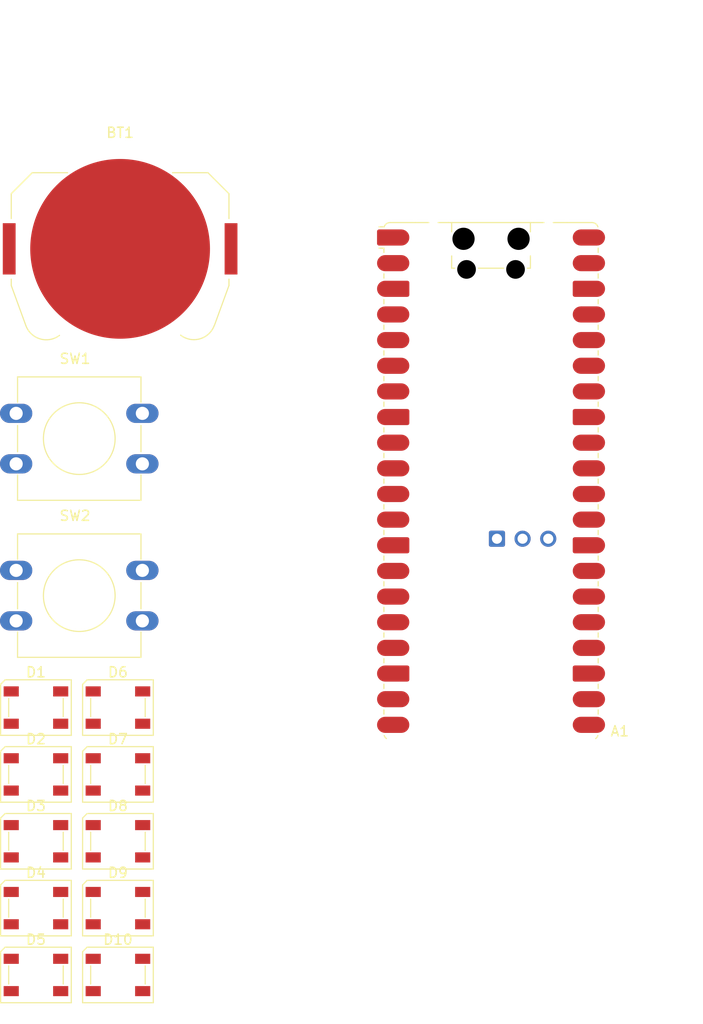
<source format=kicad_pcb>
(kicad_pcb (version 20241229) (generator "pcbnew") (generator_version "9.0")
  (layers (0 "F.Cu" signal) (2 "B.Cu" signal) (13 "F.Paste" user) (15 "B.Paste" user) (5 "F.SilkS" user "F.Silkscreen") (7 "B.SilkS" user "B.Silkscreen") (1 "F.Mask" user) (3 "B.Mask" user) (25 "Edge.Cuts" user))
  (net 0 "")
  (net 2 "+3V0")
  (net 8 "GND")
  (net 19 "LED")
  (net 21 "Net-(A1-GPIO0)")
  (net 34 "Net-(A1-GPIO1)")
  (net 35 "Net-(D1-DOUT)")
  (net 36 "Net-(D2-DOUT)")
  (net 37 "Net-(D3-DOUT)")
  (net 38 "Net-(D4-DOUT)")
  (net 39 "Net-(D5-DOUT)")
  (net 40 "Net-(D6-DOUT)")
  (net 41 "Net-(D7-DOUT)")
  (net 42 "Net-(D8-DOUT)")
  (net 43 "Net-(D10-DIN)")
  (footprint "LED_SMD:LED_SK6812_PLCC4_5.0x5.0mm_P3.2mm" (layer "F.Cu") (at 175.05 127.4)
    (property "Reference" "D10" (at 0 -3.5 0) (layer "F.SilkS"))
    (property "Value" "SK6812")
    (fp_line (start -3.5 -2.3) (end -3.5 2.75) (stroke (width 0.12)) (layer "F.SilkS"))
    (fp_line (start -3.05 -2.75) (end -3.5 -2.3) (stroke (width 0.12)) (layer "F.SilkS"))
    (fp_line (start -2.7 -0.9) (end -2.7 0.9) (stroke (width 0.12)) (layer "F.SilkS"))
    (fp_line (start 2.7 -0.9) (end 2.7 0.9) (stroke (width 0.12)) (layer "F.SilkS"))
    (fp_line (start 3.5 -2.75) (end -3.05 -2.75) (stroke (width 0.12)) (layer "F.SilkS"))
    (fp_line (start 3.5 2.75) (end -3.5 2.75) (stroke (width 0.12)) (layer "F.SilkS"))
    (fp_line (start 3.5 2.75) (end 3.5 -2.75) (stroke (width 0.12)) (layer "F.SilkS"))
    (pad "1" smd rect (at -2.45 -1.6 180) (size 1.5 1) (layers "F.Cu" "F.Mask" "F.Paste") (net 2 "+3V0"))
    (pad "2" smd rect (at -2.45 1.6 180) (size 1.5 1) (layers "F.Cu" "F.Mask" "F.Paste") (net 43 "Net-(D10-DIN)"))
    (pad "3" smd rect (at 2.45 1.6 180) (size 1.5 1) (layers "F.Cu" "F.Mask" "F.Paste") (net 8 "GND"))
    (pad "4" smd rect (at 2.45 -1.6 180) (size 1.5 1) (layers "F.Cu" "F.Mask" "F.Paste"))
  )
  (footprint "Battery:BatteryHolder_Keystone_3034_1x20mm" (layer "F.Cu") (at 175.265 55.493075)
    (property "Reference" "BT1" (at 0 -11.5 0) (layer "F.SilkS"))
    (property "Value" "Battery_Cell")
    (fp_line (start -10.78 -5.46) (end -10.78 -3) (stroke (width 0.12)) (layer "F.SilkS"))
    (fp_line (start -10.78 3) (end -10.78 3.63) (stroke (width 0.12)) (layer "F.SilkS"))
    (fp_line (start -10.78 3.63) (end -9.34 7.58) (stroke (width 0.12)) (layer "F.SilkS"))
    (fp_line (start -8.7 -7.54) (end -10.78 -5.46) (stroke (width 0.12)) (layer "F.SilkS"))
    (fp_line (start -5.2 -7.54) (end -8.7 -7.54) (stroke (width 0.12)) (layer "F.SilkS"))
    (fp_line (start 8.7 -7.54) (end 5.2 -7.54) (stroke (width 0.12)) (layer "F.SilkS"))
    (fp_line (start 8.7 -7.54) (end 10.78 -5.46) (stroke (width 0.12)) (layer "F.SilkS"))
    (fp_line (start 10.78 -5.46) (end 10.78 -3) (stroke (width 0.12)) (layer "F.SilkS"))
    (fp_line (start 10.78 3) (end 10.78 3.63) (stroke (width 0.12)) (layer "F.SilkS"))
    (fp_line (start 10.78 3.63) (end 9.34 7.58) (stroke (width 0.12)) (layer "F.SilkS"))
    (fp_arc (start -6.003354 8.56653) (mid -7.921654 8.918738) (end -9.34 7.58) (stroke (width 0.12)) (layer "F.SilkS"))
    (fp_arc (start 9.325243 7.588169) (mid 7.90634 8.911668) (end 6 8.55) (stroke (width 0.12)) (layer "F.SilkS"))
    (pad "1" smd rect (at -10.985 0) (size 1.27 5.08) (layers "F.Cu" "F.Mask" "F.Paste") (net 2 "+3V0"))
    (pad "1" smd rect (at 10.985 0) (size 1.27 5.08) (layers "F.Cu" "F.Mask" "F.Paste") (net 2 "+3V0"))
    (pad "2" smd circle (at 0 0) (size 17.8 17.8) (layers "F.Cu" "F.Mask") (net 8 "GND"))
  )
  (footprint "LED_SMD:LED_SK6812_PLCC4_5.0x5.0mm_P3.2mm" (layer "F.Cu") (at 175.05 107.54)
    (property "Reference" "D7" (at 0 -3.5 0) (layer "F.SilkS"))
    (property "Value" "SK6812")
    (fp_line (start -3.5 -2.3) (end -3.5 2.75) (stroke (width 0.12)) (layer "F.SilkS"))
    (fp_line (start -3.05 -2.75) (end -3.5 -2.3) (stroke (width 0.12)) (layer "F.SilkS"))
    (fp_line (start -2.7 -0.9) (end -2.7 0.9) (stroke (width 0.12)) (layer "F.SilkS"))
    (fp_line (start 2.7 -0.9) (end 2.7 0.9) (stroke (width 0.12)) (layer "F.SilkS"))
    (fp_line (start 3.5 -2.75) (end -3.05 -2.75) (stroke (width 0.12)) (layer "F.SilkS"))
    (fp_line (start 3.5 2.75) (end -3.5 2.75) (stroke (width 0.12)) (layer "F.SilkS"))
    (fp_line (start 3.5 2.75) (end 3.5 -2.75) (stroke (width 0.12)) (layer "F.SilkS"))
    (pad "1" smd rect (at -2.45 -1.6 180) (size 1.5 1) (layers "F.Cu" "F.Mask" "F.Paste") (net 2 "+3V0"))
    (pad "2" smd rect (at -2.45 1.6 180) (size 1.5 1) (layers "F.Cu" "F.Mask" "F.Paste") (net 40 "Net-(D6-DOUT)"))
    (pad "3" smd rect (at 2.45 1.6 180) (size 1.5 1) (layers "F.Cu" "F.Mask" "F.Paste") (net 8 "GND"))
    (pad "4" smd rect (at 2.45 -1.6 180) (size 1.5 1) (layers "F.Cu" "F.Mask" "F.Paste") (net 41 "Net-(D7-DOUT)"))
  )
  (footprint "LED_SMD:LED_SK6812_PLCC4_5.0x5.0mm_P3.2mm" (layer "F.Cu") (at 175.05 100.92)
    (property "Reference" "D6" (at 0 -3.5 0) (layer "F.SilkS"))
    (property "Value" "SK6812")
    (fp_line (start -3.5 -2.3) (end -3.5 2.75) (stroke (width 0.12)) (layer "F.SilkS"))
    (fp_line (start -3.05 -2.75) (end -3.5 -2.3) (stroke (width 0.12)) (layer "F.SilkS"))
    (fp_line (start -2.7 -0.9) (end -2.7 0.9) (stroke (width 0.12)) (layer "F.SilkS"))
    (fp_line (start 2.7 -0.9) (end 2.7 0.9) (stroke (width 0.12)) (layer "F.SilkS"))
    (fp_line (start 3.5 -2.75) (end -3.05 -2.75) (stroke (width 0.12)) (layer "F.SilkS"))
    (fp_line (start 3.5 2.75) (end -3.5 2.75) (stroke (width 0.12)) (layer "F.SilkS"))
    (fp_line (start 3.5 2.75) (end 3.5 -2.75) (stroke (width 0.12)) (layer "F.SilkS"))
    (pad "1" smd rect (at -2.45 -1.6 180) (size 1.5 1) (layers "F.Cu" "F.Mask" "F.Paste") (net 2 "+3V0"))
    (pad "2" smd rect (at -2.45 1.6 180) (size 1.5 1) (layers "F.Cu" "F.Mask" "F.Paste") (net 39 "Net-(D5-DOUT)"))
    (pad "3" smd rect (at 2.45 1.6 180) (size 1.5 1) (layers "F.Cu" "F.Mask" "F.Paste") (net 8 "GND"))
    (pad "4" smd rect (at 2.45 -1.6 180) (size 1.5 1) (layers "F.Cu" "F.Mask" "F.Paste") (net 40 "Net-(D6-DOUT)"))
  )
  (footprint "LED_SMD:LED_SK6812_PLCC4_5.0x5.0mm_P3.2mm" (layer "F.Cu") (at 166.93 127.4)
    (property "Reference" "D5" (at 0 -3.5 0) (layer "F.SilkS"))
    (property "Value" "SK6812")
    (fp_line (start -3.5 -2.3) (end -3.5 2.75) (stroke (width 0.12)) (layer "F.SilkS"))
    (fp_line (start -3.05 -2.75) (end -3.5 -2.3) (stroke (width 0.12)) (layer "F.SilkS"))
    (fp_line (start -2.7 -0.9) (end -2.7 0.9) (stroke (width 0.12)) (layer "F.SilkS"))
    (fp_line (start 2.7 -0.9) (end 2.7 0.9) (stroke (width 0.12)) (layer "F.SilkS"))
    (fp_line (start 3.5 -2.75) (end -3.05 -2.75) (stroke (width 0.12)) (layer "F.SilkS"))
    (fp_line (start 3.5 2.75) (end -3.5 2.75) (stroke (width 0.12)) (layer "F.SilkS"))
    (fp_line (start 3.5 2.75) (end 3.5 -2.75) (stroke (width 0.12)) (layer "F.SilkS"))
    (pad "1" smd rect (at -2.45 -1.6 180) (size 1.5 1) (layers "F.Cu" "F.Mask" "F.Paste") (net 2 "+3V0"))
    (pad "2" smd rect (at -2.45 1.6 180) (size 1.5 1) (layers "F.Cu" "F.Mask" "F.Paste") (net 38 "Net-(D4-DOUT)"))
    (pad "3" smd rect (at 2.45 1.6 180) (size 1.5 1) (layers "F.Cu" "F.Mask" "F.Paste") (net 8 "GND"))
    (pad "4" smd rect (at 2.45 -1.6 180) (size 1.5 1) (layers "F.Cu" "F.Mask" "F.Paste") (net 39 "Net-(D5-DOUT)"))
  )
  (footprint "Button_Switch_THT:SW_PUSH-12mm" (layer "F.Cu") (at 164.97 71.785)
    (property "Reference" "SW1" (at 5.83 -5.41 0) (layer "F.SilkS"))
    (property "Value" "SW_Push")
    (fp_line (start 0.14 -3.61) (end 0.14 -1.1) (stroke (width 0.12)) (layer "F.SilkS"))
    (fp_line (start 0.14 -3.61) (end 12.36 -3.61) (stroke (width 0.12)) (layer "F.SilkS"))
    (fp_line (start 0.14 1.2) (end 0.14 3.8) (stroke (width 0.12)) (layer "F.SilkS"))
    (fp_line (start 0.14 6.1) (end 0.14 8.61) (stroke (width 0.12)) (layer "F.SilkS"))
    (fp_line (start 12.36 -3.61) (end 12.36 -1.1) (stroke (width 0.12)) (layer "F.SilkS"))
    (fp_line (start 12.36 1.2) (end 12.36 3.8) (stroke (width 0.12)) (layer "F.SilkS"))
    (fp_line (start 12.36 6.1) (end 12.36 8.61) (stroke (width 0.12)) (layer "F.SilkS"))
    (fp_line (start 12.36 8.61) (end 0.14 8.61) (stroke (width 0.12)) (layer "F.SilkS"))
    (fp_circle (center 6.25 2.5) (end 9.8 2.5) (stroke (width 0.12)) (fill no) (layer "F.SilkS"))
    (pad "1" thru_hole oval (at 0 0) (size 3.2 1.9) (drill 1.3) (layers "*.Cu" "*.Mask") (net 8 "GND"))
    (pad "1" thru_hole oval (at 12.5 0) (size 3.2 1.9) (drill 1.3) (layers "*.Cu" "*.Mask") (net 8 "GND"))
    (pad "2" thru_hole oval (at 0 5) (size 3.2 1.9) (drill 1.3) (layers "*.Cu" "*.Mask") (net 21 "Net-(A1-GPIO0)"))
    (pad "2" thru_hole oval (at 12.5 5) (size 3.2 1.9) (drill 1.3) (layers "*.Cu" "*.Mask") (net 21 "Net-(A1-GPIO0)"))
  )
  (footprint "LED_SMD:LED_SK6812_PLCC4_5.0x5.0mm_P3.2mm" (layer "F.Cu") (at 166.93 107.54)
    (property "Reference" "D2" (at 0 -3.5 0) (layer "F.SilkS"))
    (property "Value" "SK6812")
    (fp_line (start -3.5 -2.3) (end -3.5 2.75) (stroke (width 0.12)) (layer "F.SilkS"))
    (fp_line (start -3.05 -2.75) (end -3.5 -2.3) (stroke (width 0.12)) (layer "F.SilkS"))
    (fp_line (start -2.7 -0.9) (end -2.7 0.9) (stroke (width 0.12)) (layer "F.SilkS"))
    (fp_line (start 2.7 -0.9) (end 2.7 0.9) (stroke (width 0.12)) (layer "F.SilkS"))
    (fp_line (start 3.5 -2.75) (end -3.05 -2.75) (stroke (width 0.12)) (layer "F.SilkS"))
    (fp_line (start 3.5 2.75) (end -3.5 2.75) (stroke (width 0.12)) (layer "F.SilkS"))
    (fp_line (start 3.5 2.75) (end 3.5 -2.75) (stroke (width 0.12)) (layer "F.SilkS"))
    (pad "1" smd rect (at -2.45 -1.6 180) (size 1.5 1) (layers "F.Cu" "F.Mask" "F.Paste") (net 2 "+3V0"))
    (pad "2" smd rect (at -2.45 1.6 180) (size 1.5 1) (layers "F.Cu" "F.Mask" "F.Paste") (net 35 "Net-(D1-DOUT)"))
    (pad "3" smd rect (at 2.45 1.6 180) (size 1.5 1) (layers "F.Cu" "F.Mask" "F.Paste") (net 8 "GND"))
    (pad "4" smd rect (at 2.45 -1.6 180) (size 1.5 1) (layers "F.Cu" "F.Mask" "F.Paste") (net 36 "Net-(D2-DOUT)"))
  )
  (footprint "LED_SMD:LED_SK6812_PLCC4_5.0x5.0mm_P3.2mm" (layer "F.Cu") (at 175.05 114.16)
    (property "Reference" "D8" (at 0 -3.5 0) (layer "F.SilkS"))
    (property "Value" "SK6812")
    (fp_line (start -3.5 -2.3) (end -3.5 2.75) (stroke (width 0.12)) (layer "F.SilkS"))
    (fp_line (start -3.05 -2.75) (end -3.5 -2.3) (stroke (width 0.12)) (layer "F.SilkS"))
    (fp_line (start -2.7 -0.9) (end -2.7 0.9) (stroke (width 0.12)) (layer "F.SilkS"))
    (fp_line (start 2.7 -0.9) (end 2.7 0.9) (stroke (width 0.12)) (layer "F.SilkS"))
    (fp_line (start 3.5 -2.75) (end -3.05 -2.75) (stroke (width 0.12)) (layer "F.SilkS"))
    (fp_line (start 3.5 2.75) (end -3.5 2.75) (stroke (width 0.12)) (layer "F.SilkS"))
    (fp_line (start 3.5 2.75) (end 3.5 -2.75) (stroke (width 0.12)) (layer "F.SilkS"))
    (pad "1" smd rect (at -2.45 -1.6 180) (size 1.5 1) (layers "F.Cu" "F.Mask" "F.Paste") (net 2 "+3V0"))
    (pad "2" smd rect (at -2.45 1.6 180) (size 1.5 1) (layers "F.Cu" "F.Mask" "F.Paste") (net 41 "Net-(D7-DOUT)"))
    (pad "3" smd rect (at 2.45 1.6 180) (size 1.5 1) (layers "F.Cu" "F.Mask" "F.Paste") (net 8 "GND"))
    (pad "4" smd rect (at 2.45 -1.6 180) (size 1.5 1) (layers "F.Cu" "F.Mask" "F.Paste") (net 42 "Net-(D8-DOUT)"))
  )
  (footprint "Button_Switch_THT:SW_PUSH-12mm" (layer "F.Cu") (at 164.97 87.335)
    (property "Reference" "SW2" (at 5.83 -5.41 0) (layer "F.SilkS"))
    (property "Value" "SW_Push")
    (fp_line (start 0.14 -3.61) (end 0.14 -1.1) (stroke (width 0.12)) (layer "F.SilkS"))
    (fp_line (start 0.14 -3.61) (end 12.36 -3.61) (stroke (width 0.12)) (layer "F.SilkS"))
    (fp_line (start 0.14 1.2) (end 0.14 3.8) (stroke (width 0.12)) (layer "F.SilkS"))
    (fp_line (start 0.14 6.1) (end 0.14 8.61) (stroke (width 0.12)) (layer "F.SilkS"))
    (fp_line (start 12.36 -3.61) (end 12.36 -1.1) (stroke (width 0.12)) (layer "F.SilkS"))
    (fp_line (start 12.36 1.2) (end 12.36 3.8) (stroke (width 0.12)) (layer "F.SilkS"))
    (fp_line (start 12.36 6.1) (end 12.36 8.61) (stroke (width 0.12)) (layer "F.SilkS"))
    (fp_line (start 12.36 8.61) (end 0.14 8.61) (stroke (width 0.12)) (layer "F.SilkS"))
    (fp_circle (center 6.25 2.5) (end 9.8 2.5) (stroke (width 0.12)) (fill no) (layer "F.SilkS"))
    (pad "1" thru_hole oval (at 0 0) (size 3.2 1.9) (drill 1.3) (layers "*.Cu" "*.Mask") (net 8 "GND"))
    (pad "1" thru_hole oval (at 12.5 0) (size 3.2 1.9) (drill 1.3) (layers "*.Cu" "*.Mask") (net 8 "GND"))
    (pad "2" thru_hole oval (at 0 5) (size 3.2 1.9) (drill 1.3) (layers "*.Cu" "*.Mask") (net 34 "Net-(A1-GPIO1)"))
    (pad "2" thru_hole oval (at 12.5 5) (size 3.2 1.9) (drill 1.3) (layers "*.Cu" "*.Mask") (net 34 "Net-(A1-GPIO1)"))
  )
  (footprint "LED_SMD:LED_SK6812_PLCC4_5.0x5.0mm_P3.2mm" (layer "F.Cu") (at 175.05 120.78)
    (property "Reference" "D9" (at 0 -3.5 0) (layer "F.SilkS"))
    (property "Value" "SK6812")
    (fp_line (start -3.5 -2.3) (end -3.5 2.75) (stroke (width 0.12)) (layer "F.SilkS"))
    (fp_line (start -3.05 -2.75) (end -3.5 -2.3) (stroke (width 0.12)) (layer "F.SilkS"))
    (fp_line (start -2.7 -0.9) (end -2.7 0.9) (stroke (width 0.12)) (layer "F.SilkS"))
    (fp_line (start 2.7 -0.9) (end 2.7 0.9) (stroke (width 0.12)) (layer "F.SilkS"))
    (fp_line (start 3.5 -2.75) (end -3.05 -2.75) (stroke (width 0.12)) (layer "F.SilkS"))
    (fp_line (start 3.5 2.75) (end -3.5 2.75) (stroke (width 0.12)) (layer "F.SilkS"))
    (fp_line (start 3.5 2.75) (end 3.5 -2.75) (stroke (width 0.12)) (layer "F.SilkS"))
    (pad "1" smd rect (at -2.45 -1.6 180) (size 1.5 1) (layers "F.Cu" "F.Mask" "F.Paste") (net 2 "+3V0"))
    (pad "2" smd rect (at -2.45 1.6 180) (size 1.5 1) (layers "F.Cu" "F.Mask" "F.Paste") (net 42 "Net-(D8-DOUT)"))
    (pad "3" smd rect (at 2.45 1.6 180) (size 1.5 1) (layers "F.Cu" "F.Mask" "F.Paste") (net 8 "GND"))
    (pad "4" smd rect (at 2.45 -1.6 180) (size 1.5 1) (layers "F.Cu" "F.Mask" "F.Paste") (net 43 "Net-(D10-DIN)"))
  )
  (footprint "LED_SMD:LED_SK6812_PLCC4_5.0x5.0mm_P3.2mm" (layer "F.Cu") (at 166.93 100.92)
    (property "Reference" "D1" (at 0 -3.5 0) (layer "F.SilkS"))
    (property "Value" "SK6812")
    (fp_line (start -3.5 -2.3) (end -3.5 2.75) (stroke (width 0.12)) (layer "F.SilkS"))
    (fp_line (start -3.05 -2.75) (end -3.5 -2.3) (stroke (width 0.12)) (layer "F.SilkS"))
    (fp_line (start -2.7 -0.9) (end -2.7 0.9) (stroke (width 0.12)) (layer "F.SilkS"))
    (fp_line (start 2.7 -0.9) (end 2.7 0.9) (stroke (width 0.12)) (layer "F.SilkS"))
    (fp_line (start 3.5 -2.75) (end -3.05 -2.75) (stroke (width 0.12)) (layer "F.SilkS"))
    (fp_line (start 3.5 2.75) (end -3.5 2.75) (stroke (width 0.12)) (layer "F.SilkS"))
    (fp_line (start 3.5 2.75) (end 3.5 -2.75) (stroke (width 0.12)) (layer "F.SilkS"))
    (pad "1" smd rect (at -2.45 -1.6 180) (size 1.5 1) (layers "F.Cu" "F.Mask" "F.Paste") (net 2 "+3V0"))
    (pad "2" smd rect (at -2.45 1.6 180) (size 1.5 1) (layers "F.Cu" "F.Mask" "F.Paste") (net 19 "LED"))
    (pad "3" smd rect (at 2.45 1.6 180) (size 1.5 1) (layers "F.Cu" "F.Mask" "F.Paste") (net 8 "GND"))
    (pad "4" smd rect (at 2.45 -1.6 180) (size 1.5 1) (layers "F.Cu" "F.Mask" "F.Paste") (net 35 "Net-(D1-DOUT)"))
  )
  (footprint "LED_SMD:LED_SK6812_PLCC4_5.0x5.0mm_P3.2mm" (layer "F.Cu") (at 166.93 120.78)
    (property "Reference" "D4" (at 0 -3.5 0) (layer "F.SilkS"))
    (property "Value" "SK6812")
    (fp_line (start -3.5 -2.3) (end -3.5 2.75) (stroke (width 0.12)) (layer "F.SilkS"))
    (fp_line (start -3.05 -2.75) (end -3.5 -2.3) (stroke (width 0.12)) (layer "F.SilkS"))
    (fp_line (start -2.7 -0.9) (end -2.7 0.9) (stroke (width 0.12)) (layer "F.SilkS"))
    (fp_line (start 2.7 -0.9) (end 2.7 0.9) (stroke (width 0.12)) (layer "F.SilkS"))
    (fp_line (start 3.5 -2.75) (end -3.05 -2.75) (stroke (width 0.12)) (layer "F.SilkS"))
    (fp_line (start 3.5 2.75) (end -3.5 2.75) (stroke (width 0.12)) (layer "F.SilkS"))
    (fp_line (start 3.5 2.75) (end 3.5 -2.75) (stroke (width 0.12)) (layer "F.SilkS"))
    (pad "1" smd rect (at -2.45 -1.6 180) (size 1.5 1) (layers "F.Cu" "F.Mask" "F.Paste") (net 2 "+3V0"))
    (pad "2" smd rect (at -2.45 1.6 180) (size 1.5 1) (layers "F.Cu" "F.Mask" "F.Paste") (net 37 "Net-(D3-DOUT)"))
    (pad "3" smd rect (at 2.45 1.6 180) (size 1.5 1) (layers "F.Cu" "F.Mask" "F.Paste") (net 8 "GND"))
    (pad "4" smd rect (at 2.45 -1.6 180) (size 1.5 1) (layers "F.Cu" "F.Mask" "F.Paste") (net 38 "Net-(D4-DOUT)"))
  )
  (footprint "Module:RaspberryPi_Pico_W_SMD_HandSolder" (layer "F.Cu") (at 212 78.5)
    (property "Reference" "A1" (at 11.7475 24.765 0) (layer "F.SilkS") (effects (justify left)))
    (property "Value" "RaspberryPi_Pico_W")
    (fp_line (start -10.61 -23.07) (end -11.09 -23.07) (stroke (width 0.12)) (layer "F.SilkS"))
    (fp_line (start -10.61 -23.07) (end -10.61 -22.65) (stroke (width 0.12)) (layer "F.SilkS"))
    (fp_line (start -10.61 -20.53) (end -10.61 -20.11) (stroke (width 0.12)) (layer "F.SilkS"))
    (fp_line (start -10.61 -17.99) (end -10.61 -17.57) (stroke (width 0.12)) (layer "F.SilkS"))
    (fp_line (start -10.61 -15.45) (end -10.61 -15.03) (stroke (width 0.12)) (layer "F.SilkS"))
    (fp_line (start -10.61 -12.91) (end -10.61 -12.49) (stroke (width 0.12)) (layer "F.SilkS"))
    (fp_line (start -10.61 -10.37) (end -10.61 -9.95) (stroke (width 0.12)) (layer "F.SilkS"))
    (fp_line (start -10.61 -7.83) (end -10.61 -7.41) (stroke (width 0.12)) (layer "F.SilkS"))
    (fp_line (start -10.61 -5.29) (end -10.61 -4.87) (stroke (width 0.12)) (layer "F.SilkS"))
    (fp_line (start -10.61 -2.75) (end -10.61 -2.33) (stroke (width 0.12)) (layer "F.SilkS"))
    (fp_line (start -10.61 -0.21) (end -10.61 0.21) (stroke (width 0.12)) (layer "F.SilkS"))
    (fp_line (start -10.61 2.33) (end -10.61 2.75) (stroke (width 0.12)) (layer "F.SilkS"))
    (fp_line (start -10.61 4.87) (end -10.61 5.29) (stroke (width 0.12)) (layer "F.SilkS"))
    (fp_line (start -10.61 7.41) (end -10.61 7.83) (stroke (width 0.12)) (layer "F.SilkS"))
    (fp_line (start -10.61 9.95) (end -10.61 10.37) (stroke (width 0.12)) (layer "F.SilkS"))
    (fp_line (start -10.61 12.49) (end -10.61 12.91) (stroke (width 0.12)) (layer "F.SilkS"))
    (fp_line (start -10.61 15.03) (end -10.61 15.45) (stroke (width 0.12)) (layer "F.SilkS"))
    (fp_line (start -10.61 17.57) (end -10.61 17.99) (stroke (width 0.12)) (layer "F.SilkS"))
    (fp_line (start -10.61 20.11) (end -10.61 20.53) (stroke (width 0.12)) (layer "F.SilkS"))
    (fp_line (start -10.61 22.65) (end -10.61 23.07) (stroke (width 0.12)) (layer "F.SilkS"))
    (fp_line (start -10.579676 -25.19) (end -11.09 -25.19) (stroke (width 0.12)) (layer "F.SilkS"))
    (fp_line (start -10 -25.61) (end -7.51 -25.61) (stroke (width 0.12)) (layer "F.SilkS"))
    (fp_line (start -7.51 -25.61) (end -6.16206 -25.61) (stroke (width 0.12)) (layer "F.SilkS"))
    (fp_line (start -5.237939 -25.61) (end -4.235 -25.61) (stroke (width 0.12)) (layer "F.SilkS"))
    (fp_line (start -4.235 -25.61) (end 4.235 -25.61) (stroke (width 0.12)) (layer "F.SilkS"))
    (fp_line (start -3.9 -25.61) (end -3.9 -24.694) (stroke (width 0.12)) (layer "F.SilkS"))
    (fp_line (start -3.9 -22.306) (end -3.9 -21.09) (stroke (width 0.12)) (layer "F.SilkS"))
    (fp_line (start -3.9 -21.09) (end -3.60391 -21.09) (stroke (width 0.12)) (layer "F.SilkS"))
    (fp_line (start -1.24609 -21.09) (end 1.24609 -21.09) (stroke (width 0.12)) (layer "F.SilkS"))
    (fp_line (start 3.60391 -21.09) (end 3.9 -21.09) (stroke (width 0.12)) (layer "F.SilkS"))
    (fp_line (start 3.9 -25.61) (end 3.9 -24.694) (stroke (width 0.12)) (layer "F.SilkS"))
    (fp_line (start 3.9 -22.306) (end 3.9 -21.09) (stroke (width 0.12)) (layer "F.SilkS"))
    (fp_line (start 4.235 -25.61) (end 5.237939 -25.61) (stroke (width 0.12)) (layer "F.SilkS"))
    (fp_line (start 6.162061 -25.61) (end 7.51 -25.61) (stroke (width 0.12)) (layer "F.SilkS"))
    (fp_line (start 10 -25.61) (end 7.51 -25.61) (stroke (width 0.12)) (layer "F.SilkS"))
    (fp_line (start 10.61 -23.07) (end 10.61 -22.65) (stroke (width 0.12)) (layer "F.SilkS"))
    (fp_line (start 10.61 -20.53) (end 10.61 -20.11) (stroke (width 0.12)) (layer "F.SilkS"))
    (fp_line (start 10.61 -17.99) (end 10.61 -17.57) (stroke (width 0.12)) (layer "F.SilkS"))
    (fp_line (start 10.61 -15.45) (end 10.61 -15.03) (stroke (width 0.12)) (layer "F.SilkS"))
    (fp_line (start 10.61 -12.91) (end 10.61 -12.49) (stroke (width 0.12)) (layer "F.SilkS"))
    (fp_line (start 10.61 -10.37) (end 10.61 -9.95) (stroke (width 0.12)) (layer "F.SilkS"))
    (fp_line (start 10.61 -7.83) (end 10.61 -7.41) (stroke (width 0.12)) (layer "F.SilkS"))
    (fp_line (start 10.61 -5.29) (end 10.61 -4.87) (stroke (width 0.12)) (layer "F.SilkS"))
    (fp_line (start 10.61 -2.75) (end 10.61 -2.33) (stroke (width 0.12)) (layer "F.SilkS"))
    (fp_line (start 10.61 -0.21) (end 10.61 0.21) (stroke (width 0.12)) (layer "F.SilkS"))
    (fp_line (start 10.61 2.33) (end 10.61 2.75) (stroke (width 0.12)) (layer "F.SilkS"))
    (fp_line (start 10.61 4.87) (end 10.61 5.29) (stroke (width 0.12)) (layer "F.SilkS"))
    (fp_line (start 10.61 7.41) (end 10.61 7.83) (stroke (width 0.12)) (layer "F.SilkS"))
    (fp_line (start 10.61 9.95) (end 10.61 10.37) (stroke (width 0.12)) (layer "F.SilkS"))
    (fp_line (start 10.61 12.49) (end 10.61 12.91) (stroke (width 0.12)) (layer "F.SilkS"))
    (fp_line (start 10.61 15.03) (end 10.61 15.45) (stroke (width 0.12)) (layer "F.SilkS"))
    (fp_line (start 10.61 17.57) (end 10.61 17.99) (stroke (width 0.12)) (layer "F.SilkS"))
    (fp_line (start 10.61 20.11) (end 10.61 20.53) (stroke (width 0.12)) (layer "F.SilkS"))
    (fp_line (start 10.61 22.65) (end 10.61 23.07) (stroke (width 0.12)) (layer "F.SilkS"))
    (fp_arc (start -10.579676 -25.19) (mid -10.357938 -25.493944) (end -10 -25.61) (stroke (width 0.12)) (layer "F.SilkS"))
    (fp_arc (start -10.363318 25.49) (mid -10.494791 25.356765) (end -10.579676 25.189937) (stroke (width 0.12)) (layer "F.SilkS"))
    (fp_arc (start 10 -25.61) (mid 10.357937 -25.493944) (end 10.579676 -25.189937) (stroke (width 0.12)) (layer "F.SilkS"))
    (fp_arc (start 10.579676 25.189937) (mid 10.494803 25.356773) (end 10.363318 25.49) (stroke (width 0.12)) (layer "F.SilkS"))
    (pad "" smd rect (at -8.89 -24.13) (size 3.8 2.2) (drill (offset -0.8 0)) (layers "F.Paste"))
    (pad "" smd rect (at -8.89 -21.59) (size 3.8 2.2) (drill (offset -0.8 0)) (layers "F.Paste"))
    (pad "" smd rect (at -8.89 -19.05) (size 3.8 2.2) (drill (offset -0.8 0)) (layers "F.Paste"))
    (pad "" smd rect (at -8.89 -16.51) (size 3.8 2.2) (drill (offset -0.8 0)) (layers "F.Paste"))
    (pad "" smd rect (at -8.89 -13.97) (size 3.8 2.2) (drill (offset -0.8 0)) (layers "F.Paste"))
    (pad "" smd rect (at -8.89 -11.43) (size 3.8 2.2) (drill (offset -0.8 0)) (layers "F.Paste"))
    (pad "" smd rect (at -8.89 -8.89) (size 3.8 2.2) (drill (offset -0.8 0)) (layers "F.Paste"))
    (pad "" smd rect (at -8.89 -6.35) (size 3.8 2.2) (drill (offset -0.8 0)) (layers "F.Paste"))
    (pad "" smd rect (at -8.89 -3.81) (size 3.8 2.2) (drill (offset -0.8 0)) (layers "F.Paste"))
    (pad "" smd rect (at -8.89 -1.27) (size 3.8 2.2) (drill (offset -0.8 0)) (layers "F.Paste"))
    (pad "" smd rect (at -8.89 1.27) (size 3.8 2.2) (drill (offset -0.8 0)) (layers "F.Paste"))
    (pad "" smd rect (at -8.89 3.81) (size 3.8 2.2) (drill (offset -0.8 0)) (layers "F.Paste"))
    (pad "" smd rect (at -8.89 6.35) (size 3.8 2.2) (drill (offset -0.8 0)) (layers "F.Paste"))
    (pad "" smd rect (at -8.89 8.89) (size 3.8 2.2) (drill (offset -0.8 0)) (layers "F.Paste"))
    (pad "" smd rect (at -8.89 11.43) (size 3.8 2.2) (drill (offset -0.8 0)) (layers "F.Paste"))
    (pad "" smd rect (at -8.89 13.97) (size 3.8 2.2) (drill (offset -0.8 0)) (layers "F.Paste"))
    (pad "" smd rect (at -8.89 16.51) (size 3.8 2.2) (drill (offset -0.8 0)) (layers "F.Paste"))
    (pad "" smd rect (at -8.89 19.05) (size 3.8 2.2) (drill (offset -0.8 0)) (layers "F.Paste"))
    (pad "" smd rect (at -8.89 21.59) (size 3.8 2.2) (drill (offset -0.8 0)) (layers "F.Paste"))
    (pad "" smd rect (at -8.89 24.13) (size 3.8 2.2) (drill (offset -0.8 0)) (layers "F.Paste"))
    (pad "" np_thru_hole circle (at -2.725 -24) (size 2.2 2.2) (drill 2.2) (layers "*.Mask"))
    (pad "" np_thru_hole circle (at -2.425 -20.97) (size 1.85 1.85) (drill 1.85) (layers "*.Mask"))
    (pad "" np_thru_hole circle (at 2.425 -20.97) (size 1.85 1.85) (drill 1.85) (layers "*.Mask"))
    (pad "" np_thru_hole circle (at 2.725 -24) (size 2.2 2.2) (drill 2.2) (layers "*.Mask"))
    (pad "" smd rect (at 8.89 -24.13) (size 3.8 2.2) (drill (offset 0.8 0)) (layers "F.Paste"))
    (pad "" smd rect (at 8.89 -21.59) (size 3.8 2.2) (drill (offset 0.8 0)) (layers "F.Paste"))
    (pad "" smd rect (at 8.89 -19.05) (size 3.8 2.2) (drill (offset 0.8 0)) (layers "F.Paste"))
    (pad "" smd rect (at 8.89 -16.51) (size 3.8 2.2) (drill (offset 0.8 0)) (layers "F.Paste"))
    (pad "" smd rect (at 8.89 -13.97) (size 3.8 2.2) (drill (offset 0.8 0)) (layers "F.Paste"))
    (pad "" smd rect (at 8.89 -11.43) (size 3.8 2.2) (drill (offset 0.8 0)) (layers "F.Paste"))
    (pad "" smd rect (at 8.89 -8.89) (size 3.8 2.2) (drill (offset 0.8 0)) (layers "F.Paste"))
    (pad "" smd rect (at 8.89 -6.35) (size 3.8 2.2) (drill (offset 0.8 0)) (layers "F.Paste"))
    (pad "" smd rect (at 8.89 -3.81) (size 3.8 2.2) (drill (offset 0.8 0)) (layers "F.Paste"))
    (pad "" smd rect (at 8.89 -1.27) (size 3.8 2.2) (drill (offset 0.8 0)) (layers "F.Paste"))
    (pad "" smd rect (at 8.89 1.27) (size 3.8 2.2) (drill (offset 0.8 0)) (layers "F.Paste"))
    (pad "" smd rect (at 8.89 3.81) (size 3.8 2.2) (drill (offset 0.8 0)) (layers "F.Paste"))
    (pad "" smd rect (at 8.89 6.35) (size 3.8 2.2) (drill (offset 0.8 0)) (layers "F.Paste"))
    (pad "" smd rect (at 8.89 8.89) (size 3.8 2.2) (drill (offset 0.8 0)) (layers "F.Paste"))
    (pad "" smd rect (at 8.89 11.43) (size 3.8 2.2) (drill (offset 0.8 0)) (layers "F.Paste"))
    (pad "" smd rect (at 8.89 13.97) (size 3.8 2.2) (drill (offset 0.8 0)) (layers "F.Paste"))
    (pad "" smd rect (at 8.89 16.51) (size 3.8 2.2) (drill (offset 0.8 0)) (layers "F.Paste"))
    (pad "" smd rect (at 8.89 19.05) (size 3.8 2.2) (drill (offset 0.8 0)) (layers "F.Paste"))
    (pad "" smd rect (at 8.89 21.59) (size 3.8 2.2) (drill (offset 0.8 0)) (layers "F.Paste"))
    (pad "" smd rect (at 8.89 24.13) (size 3.8 2.2) (drill (offset 0.8 0)) (layers "F.Paste"))
    (pad "1" smd custom (at -9.69 -24.13) (size 1.6 0.8) (layers "F.Cu" "F.Mask") (net 21 "Net-(A1-GPIO0)") (options (clearance outline) (anchor rect)) (primitives (gr_circle (center 0.8 0) (end 1.6 0) (width 0) (fill yes)) (gr_poly (pts (xy -1.6 -0.6) (xy -1.6 0.6) (xy -1.4 0.8) (xy 0.8 0.8) (xy 0.8 -0.8) (xy -1.4 -0.8)) (width 0) (fill yes)) (gr_circle (center -1.4 -0.6) (end -1.2 -0.6) (width 0) (fill yes)) (gr_circle (center -1.4 0.6) (end -1.2 0.6) (width 0) (fill yes))))
    (pad "2" smd roundrect (at -9.69 -21.59) (size 3.2 1.6) (layers "F.Cu" "F.Mask") (roundrect_rratio 0.5) (net 34 "Net-(A1-GPIO1)"))
    (pad "3" smd custom (at -9.69 -19.05) (size 1.6 0.8) (layers "F.Cu" "F.Mask") (net 8 "GND") (options (clearance outline) (anchor rect)) (primitives (gr_circle (center -0.8 0) (end 0 0) (width 0) (fill yes)) (gr_poly (pts (xy 1.6 -0.6) (xy 1.6 0.6) (xy 1.4 0.8) (xy -0.8 0.8) (xy -0.8 -0.8) (xy 1.4 -0.8)) (width 0) (fill yes)) (gr_circle (center 1.4 -0.6) (end 1.6 -0.6) (width 0) (fill yes)) (gr_circle (center 1.4 0.6) (end 1.6 0.6) (width 0) (fill yes))))
    (pad "4" smd roundrect (at -9.69 -16.51) (size 3.2 1.6) (layers "F.Cu" "F.Mask") (roundrect_rratio 0.5))
    (pad "5" smd roundrect (at -9.69 -13.97) (size 3.2 1.6) (layers "F.Cu" "F.Mask") (roundrect_rratio 0.5))
    (pad "6" smd roundrect (at -9.69 -11.43) (size 3.2 1.6) (layers "F.Cu" "F.Mask") (roundrect_rratio 0.5) (net 19 "LED"))
    (pad "7" smd roundrect (at -9.69 -8.89) (size 3.2 1.6) (layers "F.Cu" "F.Mask") (roundrect_rratio 0.5))
    (pad "8" smd custom (at -9.69 -6.35) (size 1.6 0.8) (layers "F.Cu" "F.Mask") (net 8 "GND") (options (clearance outline) (anchor rect)) (primitives (gr_circle (center -0.8 0) (end 0 0) (width 0) (fill yes)) (gr_poly (pts (xy 1.6 -0.6) (xy 1.6 0.6) (xy 1.4 0.8) (xy -0.8 0.8) (xy -0.8 -0.8) (xy 1.4 -0.8)) (width 0) (fill yes)) (gr_circle (center 1.4 -0.6) (end 1.6 -0.6) (width 0) (fill yes)) (gr_circle (center 1.4 0.6) (end 1.6 0.6) (width 0) (fill yes))))
    (pad "9" smd roundrect (at -9.69 -3.81) (size 3.2 1.6) (layers "F.Cu" "F.Mask") (roundrect_rratio 0.5))
    (pad "10" smd roundrect (at -9.69 -1.27) (size 3.2 1.6) (layers "F.Cu" "F.Mask") (roundrect_rratio 0.5))
    (pad "11" smd roundrect (at -9.69 1.27) (size 3.2 1.6) (layers "F.Cu" "F.Mask") (roundrect_rratio 0.5))
    (pad "12" smd roundrect (at -9.69 3.81) (size 3.2 1.6) (layers "F.Cu" "F.Mask") (roundrect_rratio 0.5))
    (pad "13" smd custom (at -9.69 6.35) (size 1.6 0.8) (layers "F.Cu" "F.Mask") (net 8 "GND") (options (clearance outline) (anchor rect)) (primitives (gr_circle (center -0.8 0) (end 0 0) (width 0) (fill yes)) (gr_poly (pts (xy 1.6 -0.6) (xy 1.6 0.6) (xy 1.4 0.8) (xy -0.8 0.8) (xy -0.8 -0.8) (xy 1.4 -0.8)) (width 0) (fill yes)) (gr_circle (center 1.4 -0.6) (end 1.6 -0.6) (width 0) (fill yes)) (gr_circle (center 1.4 0.6) (end 1.6 0.6) (width 0) (fill yes))))
    (pad "14" smd roundrect (at -9.69 8.89) (size 3.2 1.6) (layers "F.Cu" "F.Mask") (roundrect_rratio 0.5))
    (pad "15" smd roundrect (at -9.69 11.43) (size 3.2 1.6) (layers "F.Cu" "F.Mask") (roundrect_rratio 0.5))
    (pad "16" smd roundrect (at -9.69 13.97) (size 3.2 1.6) (layers "F.Cu" "F.Mask") (roundrect_rratio 0.5))
    (pad "17" smd roundrect (at -9.69 16.51) (size 3.2 1.6) (layers "F.Cu" "F.Mask") (roundrect_rratio 0.5))
    (pad "18" smd custom (at -9.69 19.05) (size 1.6 0.8) (layers "F.Cu" "F.Mask") (net 8 "GND") (options (clearance outline) (anchor rect)) (primitives (gr_circle (center -0.8 0) (end 0 0) (width 0) (fill yes)) (gr_poly (pts (xy 1.6 -0.6) (xy 1.6 0.6) (xy 1.4 0.8) (xy -0.8 0.8) (xy -0.8 -0.8) (xy 1.4 -0.8)) (width 0) (fill yes)) (gr_circle (center 1.4 -0.6) (end 1.6 -0.6) (width 0) (fill yes)) (gr_circle (center 1.4 0.6) (end 1.6 0.6) (width 0) (fill yes))))
    (pad "19" smd roundrect (at -9.69 21.59) (size 3.2 1.6) (layers "F.Cu" "F.Mask") (roundrect_rratio 0.5))
    (pad "20" smd roundrect (at -9.69 24.13) (size 3.2 1.6) (layers "F.Cu" "F.Mask") (roundrect_rratio 0.5))
    (pad "21" smd roundrect (at 9.69 24.13) (size 3.2 1.6) (layers "F.Cu" "F.Mask") (roundrect_rratio 0.5))
    (pad "22" smd roundrect (at 9.69 21.59) (size 3.2 1.6) (layers "F.Cu" "F.Mask") (roundrect_rratio 0.5))
    (pad "23" smd custom (at 9.69 19.05) (size 1.6 0.8) (layers "F.Cu" "F.Mask") (net 8 "GND") (options (clearance outline) (anchor rect)) (primitives (gr_circle (center 0.8 0) (end 1.6 0) (width 0) (fill yes)) (gr_poly (pts (xy -1.6 -0.6) (xy -1.6 0.6) (xy -1.4 0.8) (xy 0.8 0.8) (xy 0.8 -0.8) (xy -1.4 -0.8)) (width 0) (fill yes)) (gr_circle (center -1.4 -0.6) (end -1.2 -0.6) (width 0) (fill yes)) (gr_circle (center -1.4 0.6) (end -1.2 0.6) (width 0) (fill yes))))
    (pad "24" smd roundrect (at 9.69 16.51) (size 3.2 1.6) (layers "F.Cu" "F.Mask") (roundrect_rratio 0.5))
    (pad "25" smd roundrect (at 9.69 13.97) (size 3.2 1.6) (layers "F.Cu" "F.Mask") (roundrect_rratio 0.5))
    (pad "26" smd roundrect (at 9.69 11.43) (size 3.2 1.6) (layers "F.Cu" "F.Mask") (roundrect_rratio 0.5))
    (pad "27" smd roundrect (at 9.69 8.89) (size 3.2 1.6) (layers "F.Cu" "F.Mask") (roundrect_rratio 0.5))
    (pad "28" smd custom (at 9.69 6.35) (size 1.6 0.8) (layers "F.Cu" "F.Mask") (net 8 "GND") (options (clearance outline) (anchor rect)) (primitives (gr_circle (center 0.8 0) (end 1.6 0) (width 0) (fill yes)) (gr_poly (pts (xy -1.6 -0.6) (xy -1.6 0.6) (xy -1.4 0.8) (xy 0.8 0.8) (xy 0.8 -0.8) (xy -1.4 -0.8)) (width 0) (fill yes)) (gr_circle (center -1.4 -0.6) (end -1.2 -0.6) (width 0) (fill yes)) (gr_circle (center -1.4 0.6) (end -1.2 0.6) (width 0) (fill yes))))
    (pad "29" smd roundrect (at 9.69 3.81) (size 3.2 1.6) (layers "F.Cu" "F.Mask") (roundrect_rratio 0.5))
    (pad "30" smd roundrect (at 9.69 1.27) (size 3.2 1.6) (layers "F.Cu" "F.Mask") (roundrect_rratio 0.5))
    (pad "31" smd roundrect (at 9.69 -1.27) (size 3.2 1.6) (layers "F.Cu" "F.Mask") (roundrect_rratio 0.5))
    (pad "32" smd roundrect (at 9.69 -3.81) (size 3.2 1.6) (layers "F.Cu" "F.Mask") (roundrect_rratio 0.5))
    (pad "33" smd custom (at 9.69 -6.35) (size 1.6 0.8) (layers "F.Cu" "F.Mask") (options (clearance outline) (anchor rect)) (primitives (gr_circle (center 0.8 0) (end 1.6 0) (width 0) (fill yes)) (gr_poly (pts (xy -1.6 -0.6) (xy -1.6 0.6) (xy -1.4 0.8) (xy 0.8 0.8) (xy 0.8 -0.8) (xy -1.4 -0.8)) (width 0) (fill yes)) (gr_circle (center -1.4 -0.6) (end -1.2 -0.6) (width 0) (fill yes)) (gr_circle (center -1.4 0.6) (end -1.2 0.6) (width 0) (fill yes))))
    (pad "34" smd roundrect (at 9.69 -8.89) (size 3.2 1.6) (layers "F.Cu" "F.Mask") (roundrect_rratio 0.5))
    (pad "35" smd roundrect (at 9.69 -11.43) (size 3.2 1.6) (layers "F.Cu" "F.Mask") (roundrect_rratio 0.5))
    (pad "36" smd roundrect (at 9.69 -13.97) (size 3.2 1.6) (layers "F.Cu" "F.Mask") (roundrect_rratio 0.5))
    (pad "37" smd roundrect (at 9.69 -16.51) (size 3.2 1.6) (layers "F.Cu" "F.Mask") (roundrect_rratio 0.5))
    (pad "38" smd custom (at 9.69 -19.05) (size 1.6 0.8) (layers "F.Cu" "F.Mask") (net 8 "GND") (options (clearance outline) (anchor rect)) (primitives (gr_circle (center 0.8 0) (end 1.6 0) (width 0) (fill yes)) (gr_poly (pts (xy -1.6 -0.6) (xy -1.6 0.6) (xy -1.4 0.8) (xy 0.8 0.8) (xy 0.8 -0.8) (xy -1.4 -0.8)) (width 0) (fill yes)) (gr_circle (center -1.4 -0.6) (end -1.2 -0.6) (width 0) (fill yes)) (gr_circle (center -1.4 0.6) (end -1.2 0.6) (width 0) (fill yes))))
    (pad "39" smd roundrect (at 9.69 -21.59) (size 3.2 1.6) (layers "F.Cu" "F.Mask") (roundrect_rratio 0.5) (net 2 "+3V0"))
    (pad "40" smd roundrect (at 9.69 -24.13) (size 3.2 1.6) (layers "F.Cu" "F.Mask") (roundrect_rratio 0.5))
    (pad "D1" thru_hole roundrect (at 0.5841 5.7) (size 1.6 1.6) (drill 1) (layers "*.Cu" "*.Mask") (roundrect_rratio 0.125))
    (pad "D2" thru_hole circle (at 3.1241 5.7) (size 1.6 1.6) (drill 1) (layers "*.Cu" "*.Mask"))
    (pad "D3" thru_hole circle (at 5.6641 5.7) (size 1.6 1.6) (drill 1) (layers "*.Cu" "*.Mask"))
  )
  (footprint "LED_SMD:LED_SK6812_PLCC4_5.0x5.0mm_P3.2mm" (layer "F.Cu") (at 166.93 114.16)
    (property "Reference" "D3" (at 0 -3.5 0) (layer "F.SilkS"))
    (property "Value" "SK6812")
    (fp_line (start -3.5 -2.3) (end -3.5 2.75) (stroke (width 0.12)) (layer "F.SilkS"))
    (fp_line (start -3.05 -2.75) (end -3.5 -2.3) (stroke (width 0.12)) (layer "F.SilkS"))
    (fp_line (start -2.7 -0.9) (end -2.7 0.9) (stroke (width 0.12)) (layer "F.SilkS"))
    (fp_line (start 2.7 -0.9) (end 2.7 0.9) (stroke (width 0.12)) (layer "F.SilkS"))
    (fp_line (start 3.5 -2.75) (end -3.05 -2.75) (stroke (width 0.12)) (layer "F.SilkS"))
    (fp_line (start 3.5 2.75) (end -3.5 2.75) (stroke (width 0.12)) (layer "F.SilkS"))
    (fp_line (start 3.5 2.75) (end 3.5 -2.75) (stroke (width 0.12)) (layer "F.SilkS"))
    (pad "1" smd rect (at -2.45 -1.6 180) (size 1.5 1) (layers "F.Cu" "F.Mask" "F.Paste") (net 2 "+3V0"))
    (pad "2" smd rect (at -2.45 1.6 180) (size 1.5 1) (layers "F.Cu" "F.Mask" "F.Paste") (net 36 "Net-(D2-DOUT)"))
    (pad "3" smd rect (at 2.45 1.6 180) (size 1.5 1) (layers "F.Cu" "F.Mask" "F.Paste") (net 8 "GND"))
    (pad "4" smd rect (at 2.45 -1.6 180) (size 1.5 1) (layers "F.Cu" "F.Mask" "F.Paste") (net 37 "Net-(D3-DOUT)"))
  )
)
</source>
